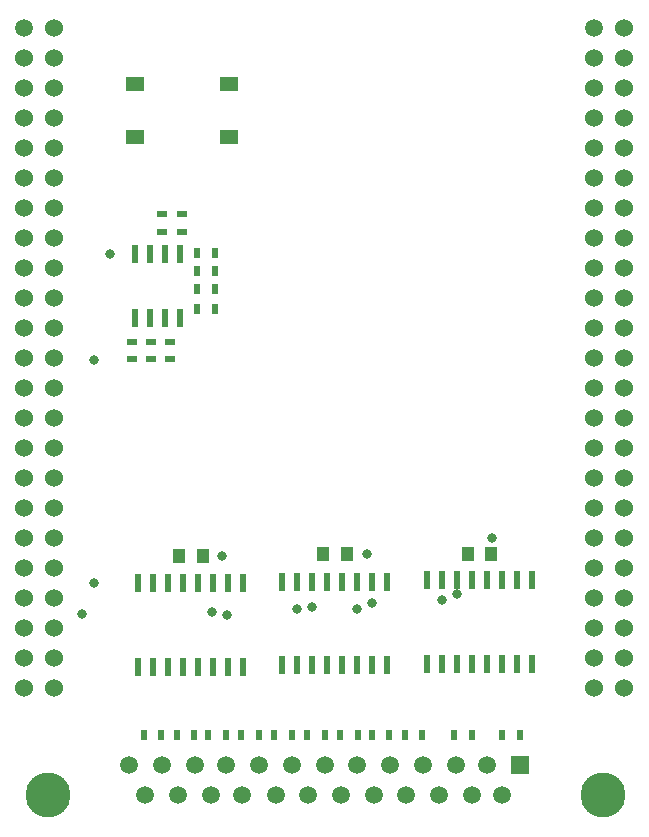
<source format=gts>
G04 #@! TF.FileFunction,Soldermask,Top*
%FSLAX46Y46*%
G04 Gerber Fmt 4.6, Leading zero omitted, Abs format (unit mm)*
G04 Created by KiCad (PCBNEW 4.0.7) date 10/18/17 23:54:45*
%MOMM*%
%LPD*%
G01*
G04 APERTURE LIST*
%ADD10C,0.150000*%
%ADD11R,0.500000X0.900000*%
%ADD12C,1.500000*%
%ADD13C,1.524000*%
%ADD14R,0.600000X1.550000*%
%ADD15R,0.900000X0.500000*%
%ADD16R,0.600000X1.500000*%
%ADD17R,1.000000X1.250000*%
%ADD18C,3.810000*%
%ADD19R,1.520000X1.520000*%
%ADD20C,1.520000*%
%ADD21R,1.550000X1.300000*%
%ADD22C,0.812800*%
G04 APERTURE END LIST*
D10*
D11*
X135076500Y-122364500D03*
X136576500Y-122364500D03*
D12*
X164980400Y-62575200D03*
D13*
X167520400Y-118455200D03*
X164980400Y-118455200D03*
X167520400Y-115915200D03*
X164980400Y-115915200D03*
X167520400Y-113375200D03*
X164980400Y-113375200D03*
X167520400Y-98135200D03*
X167520400Y-110835200D03*
X164980400Y-110835200D03*
X164980400Y-72735200D03*
X164980400Y-70195200D03*
X164980400Y-67655200D03*
X164980400Y-65115200D03*
X164980400Y-108295200D03*
X164980400Y-105755200D03*
X167520400Y-108295200D03*
X167520400Y-105755200D03*
X167520400Y-103215200D03*
X167520400Y-100675200D03*
X167520400Y-95595200D03*
X164980400Y-103215200D03*
X167520400Y-93055200D03*
X167520400Y-90515200D03*
X164980400Y-100675200D03*
X167520400Y-87975200D03*
X164980400Y-98135200D03*
X167520400Y-85435200D03*
X164980400Y-95595200D03*
X167520400Y-82895200D03*
X164980400Y-93055200D03*
X167520400Y-80355200D03*
X164980400Y-90515200D03*
X167520400Y-77815200D03*
X164980400Y-87975200D03*
X167520400Y-75275200D03*
X164980400Y-85435200D03*
X167520400Y-72735200D03*
X164980400Y-82895200D03*
X167520400Y-70195200D03*
X164980400Y-80355200D03*
X167520400Y-67655200D03*
X164980400Y-77815200D03*
X167520400Y-65115200D03*
X164980400Y-75275200D03*
X167520400Y-62575200D03*
X119260400Y-62575200D03*
X116720400Y-75275200D03*
X119260400Y-65115200D03*
X116720400Y-77815200D03*
X119260400Y-67655200D03*
X116720400Y-80355200D03*
X119260400Y-70195200D03*
X116720400Y-82895200D03*
X119260400Y-72735200D03*
X116720400Y-85435200D03*
X119260400Y-75275200D03*
X116720400Y-87975200D03*
X119260400Y-77815200D03*
X116720400Y-90515200D03*
X119260400Y-80355200D03*
X116720400Y-93055200D03*
X119260400Y-82895200D03*
X116720400Y-95595200D03*
X119260400Y-85435200D03*
X116720400Y-98135200D03*
X119260400Y-87975200D03*
X116720400Y-100675200D03*
X119260400Y-90515200D03*
X119260400Y-93055200D03*
X116720400Y-103215200D03*
X119260400Y-95595200D03*
X119260400Y-100675200D03*
X119260400Y-103215200D03*
X119260400Y-105755200D03*
X119260400Y-108295200D03*
X116720400Y-105755200D03*
X116720400Y-108295200D03*
X116720400Y-65115200D03*
X116720400Y-67655200D03*
X116720400Y-70195200D03*
X116720400Y-72735200D03*
X116720400Y-110835200D03*
X119260400Y-110835200D03*
X119260400Y-98135200D03*
X116720400Y-113375200D03*
X119260400Y-113375200D03*
X116720400Y-115915200D03*
X119260400Y-115915200D03*
X116720400Y-118455200D03*
X119260400Y-118455200D03*
D12*
X116720400Y-62575200D03*
D14*
X129921000Y-81691500D03*
X128651000Y-81691500D03*
X127381000Y-81691500D03*
X126111000Y-81691500D03*
X126111000Y-87091500D03*
X127381000Y-87091500D03*
X128651000Y-87091500D03*
X129921000Y-87091500D03*
D15*
X127444500Y-89102500D03*
X127444500Y-90602500D03*
X125857000Y-89102500D03*
X125857000Y-90602500D03*
X129032000Y-89102500D03*
X129032000Y-90602500D03*
D11*
X131330000Y-84645500D03*
X132830000Y-84645500D03*
X131330000Y-83121500D03*
X132830000Y-83121500D03*
X131330000Y-81597500D03*
X132830000Y-81597500D03*
X132830000Y-86360000D03*
X131330000Y-86360000D03*
D15*
X128397000Y-78307500D03*
X128397000Y-79807500D03*
X130048000Y-78307500D03*
X130048000Y-79807500D03*
D11*
X128321500Y-122364500D03*
X126821500Y-122364500D03*
X129615500Y-122364500D03*
X131115500Y-122364500D03*
X133782500Y-122364500D03*
X132282500Y-122364500D03*
X139370500Y-122364500D03*
X137870500Y-122364500D03*
X140664500Y-122364500D03*
X142164500Y-122364500D03*
X144958500Y-122364500D03*
X143458500Y-122364500D03*
X146125500Y-122364500D03*
X147625500Y-122364500D03*
X150419500Y-122364500D03*
X148919500Y-122364500D03*
X153110500Y-122364500D03*
X154610500Y-122364500D03*
X158674500Y-122364500D03*
X157174500Y-122364500D03*
D16*
X126301500Y-116643500D03*
X127571500Y-116643500D03*
X128841500Y-116643500D03*
X130111500Y-116643500D03*
X131381500Y-116643500D03*
X132651500Y-116643500D03*
X133921500Y-116643500D03*
X135191500Y-116643500D03*
X135191500Y-109543500D03*
X133921500Y-109543500D03*
X132651500Y-109543500D03*
X131381500Y-109543500D03*
X130111500Y-109543500D03*
X128841500Y-109543500D03*
X127571500Y-109543500D03*
X126301500Y-109543500D03*
X138493500Y-116516500D03*
X139763500Y-116516500D03*
X141033500Y-116516500D03*
X142303500Y-116516500D03*
X143573500Y-116516500D03*
X144843500Y-116516500D03*
X146113500Y-116516500D03*
X147383500Y-116516500D03*
X147383500Y-109416500D03*
X146113500Y-109416500D03*
X144843500Y-109416500D03*
X143573500Y-109416500D03*
X142303500Y-109416500D03*
X141033500Y-109416500D03*
X139763500Y-109416500D03*
X138493500Y-109416500D03*
X150812500Y-116389500D03*
X152082500Y-116389500D03*
X153352500Y-116389500D03*
X154622500Y-116389500D03*
X155892500Y-116389500D03*
X157162500Y-116389500D03*
X158432500Y-116389500D03*
X159702500Y-116389500D03*
X159702500Y-109289500D03*
X158432500Y-109289500D03*
X157162500Y-109289500D03*
X155892500Y-109289500D03*
X154622500Y-109289500D03*
X153352500Y-109289500D03*
X152082500Y-109289500D03*
X150812500Y-109289500D03*
D17*
X131810000Y-107251500D03*
X129810000Y-107251500D03*
X144002000Y-107061000D03*
X142002000Y-107061000D03*
X156257500Y-107061000D03*
X154257500Y-107061000D03*
D18*
X118676500Y-127444500D03*
X165666500Y-127444500D03*
D19*
X158686500Y-124904500D03*
D20*
X155896500Y-124904500D03*
X153226500Y-124904500D03*
X150426500Y-124904500D03*
X147636500Y-124904500D03*
X144846500Y-124904500D03*
X142176500Y-124904500D03*
X139386500Y-124904500D03*
X136586500Y-124904500D03*
X133796500Y-124904500D03*
X131126500Y-124904500D03*
X128336500Y-124904500D03*
X125536500Y-124904500D03*
X157116500Y-127444500D03*
X154576500Y-127444500D03*
X151776500Y-127444500D03*
X149036500Y-127444500D03*
X146286500Y-127444500D03*
X143496500Y-127444500D03*
X140756500Y-127444500D03*
X138006500Y-127444500D03*
X135166500Y-127444500D03*
X132476500Y-127444500D03*
X129726500Y-127444500D03*
X126936500Y-127444500D03*
D21*
X126068000Y-71782500D03*
X126068000Y-67282500D03*
X134028000Y-67282500D03*
X134028000Y-71782500D03*
D22*
X123952000Y-81661000D03*
X156273500Y-105727500D03*
X145732500Y-107061000D03*
X133413500Y-107251500D03*
X133858000Y-112204500D03*
X132588000Y-112014000D03*
X141033500Y-111569500D03*
X139827000Y-111760000D03*
X146113500Y-111252000D03*
X144843500Y-111760000D03*
X153352500Y-110490000D03*
X152082500Y-110998000D03*
X121602500Y-112141000D03*
X122618500Y-109537500D03*
X122618500Y-90614500D03*
M02*

</source>
